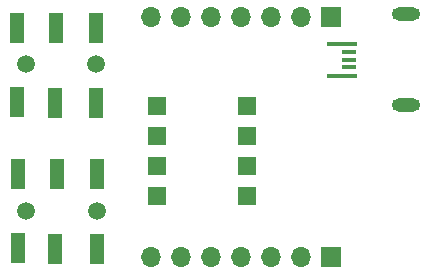
<source format=gbr>
%TF.GenerationSoftware,KiCad,Pcbnew,(6.0.1-0)*%
%TF.CreationDate,2022-05-02T12:36:29+02:00*%
%TF.ProjectId,SAMD_QTPY_MIDI,53414d44-5f51-4545-9059-5f4d4944492e,1*%
%TF.SameCoordinates,Original*%
%TF.FileFunction,Soldermask,Bot*%
%TF.FilePolarity,Negative*%
%FSLAX46Y46*%
G04 Gerber Fmt 4.6, Leading zero omitted, Abs format (unit mm)*
G04 Created by KiCad (PCBNEW (6.0.1-0)) date 2022-05-02 12:36:29*
%MOMM*%
%LPD*%
G01*
G04 APERTURE LIST*
%ADD10R,1.700000X1.700000*%
%ADD11O,1.700000X1.700000*%
%ADD12R,2.500000X0.450000*%
%ADD13R,1.300000X0.450000*%
%ADD14O,2.400000X1.150000*%
%ADD15C,1.500000*%
%ADD16R,1.200000X2.500000*%
%ADD17R,1.600000X1.600000*%
G04 APERTURE END LIST*
D10*
%TO.C,J4*%
X148590000Y-37465000D03*
D11*
X146050000Y-37465000D03*
X143510000Y-37465000D03*
X140970000Y-37465000D03*
X138430000Y-37465000D03*
X135890000Y-37465000D03*
X133350000Y-37465000D03*
%TD*%
D10*
%TO.C,J3*%
X148590000Y-17145000D03*
D11*
X146050000Y-17145000D03*
X143510000Y-17145000D03*
X140970000Y-17145000D03*
X138430000Y-17145000D03*
X135890000Y-17145000D03*
X133350000Y-17145000D03*
%TD*%
D12*
%TO.C,J1*%
X149500000Y-19420000D03*
D13*
X150100000Y-20070000D03*
X150100000Y-20720000D03*
X150100000Y-21370000D03*
D12*
X149500000Y-22120000D03*
D14*
X154900000Y-16820000D03*
X154900000Y-24595000D03*
%TD*%
D15*
%TO.C,J7*%
X128730000Y-33500000D03*
X122730000Y-33500000D03*
D16*
X125230000Y-36750000D03*
X125330000Y-30400000D03*
X122030000Y-36700000D03*
X122030000Y-30400000D03*
X128730000Y-30400000D03*
X128730000Y-36750000D03*
%TD*%
D17*
%TO.C,U6*%
X133840000Y-32285000D03*
X133840000Y-29745000D03*
X133840000Y-27205000D03*
X133840000Y-24665000D03*
X141460000Y-24665000D03*
X141460000Y-27205000D03*
X141460000Y-29745000D03*
X141460000Y-32285000D03*
%TD*%
D15*
%TO.C,J6*%
X122700000Y-21100000D03*
X128700000Y-21100000D03*
D16*
X125200000Y-24350000D03*
X125300000Y-18000000D03*
X122000000Y-18000000D03*
X122000000Y-24300000D03*
X128700000Y-18000000D03*
X128700000Y-24350000D03*
%TD*%
M02*

</source>
